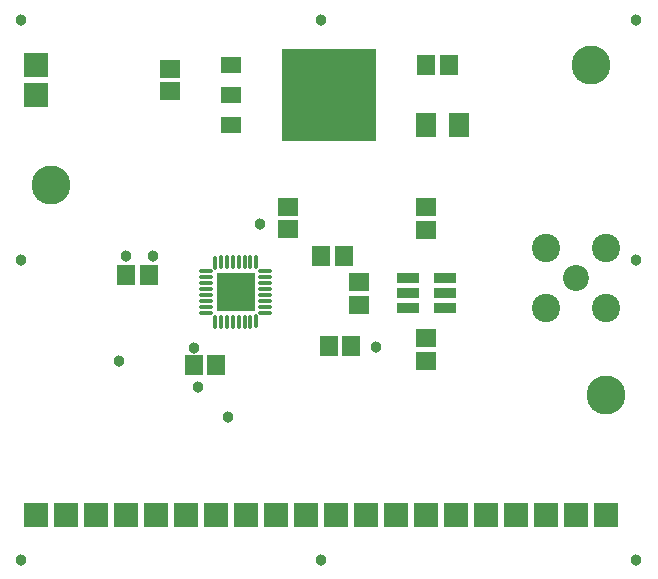
<source format=gbr>
G04 DipTrace 2.3.1.0*
%INTopMask.gbr*%
%MOIN*%
%ADD24C,0.0866*%
%ADD37C,0.13*%
%ADD38C,0.0669*%
%ADD43R,0.3179X0.3079*%
%ADD45R,0.0679X0.0579*%
%ADD47R,0.1299X0.1299*%
%ADD49O,0.0159X0.0459*%
%ADD51O,0.0459X0.0159*%
%ADD53R,0.0728X0.0378*%
%ADD55C,0.0379*%
%ADD57C,0.0945*%
%ADD59R,0.0829X0.0829*%
%ADD61R,0.0709X0.0787*%
%ADD63R,0.0591X0.0669*%
%ADD65R,0.0669X0.0591*%
%FSLAX44Y44*%
G04*
G70*
G90*
G75*
G01*
%LNTopMask*%
%LPD*%
D65*
X19318Y20543D3*
Y21291D3*
D63*
X27875Y21437D3*
X28623D3*
D61*
X27875Y19437D3*
X28977D3*
D63*
X24375Y15062D3*
X25123D3*
X24625Y12062D3*
X25373D3*
X18622Y14437D3*
X17874D3*
X20875Y11437D3*
X20126D3*
D37*
X33375Y21437D3*
X15375Y17437D3*
X33875Y10437D3*
D59*
Y6437D3*
X32875D3*
X31875D3*
X30875D3*
X29875D3*
X28875D3*
X27875D3*
X26875D3*
X25875D3*
X24875D3*
X23875D3*
X22875D3*
X21875D3*
X20875D3*
X19875D3*
X18875D3*
X17875D3*
X16875D3*
X15875D3*
X14875D3*
Y20437D3*
Y21437D3*
D24*
X32875Y14312D3*
D57*
X33875Y13312D3*
Y15312D3*
X31875D3*
Y13312D3*
D55*
X17625Y11562D3*
X17875Y15062D3*
X18750D3*
X21250Y9687D3*
X20250Y10687D3*
X20140Y11999D3*
X22321Y16119D3*
X26191Y12020D3*
X14375Y4937D3*
X34875Y14937D3*
Y4937D3*
Y22937D3*
X14375D3*
X24375Y4937D3*
Y22937D3*
X14375Y14937D3*
D65*
X23250Y15938D3*
Y16686D3*
X25625Y13437D3*
Y14185D3*
X27875Y15937D3*
Y16685D3*
Y12312D3*
Y11564D3*
D53*
X28500Y13312D3*
Y13812D3*
Y14312D3*
X27248D3*
Y13812D3*
Y13312D3*
D51*
X20540Y14544D3*
X20536Y14346D3*
Y14149D3*
Y13953D3*
Y13756D3*
Y13559D3*
Y13362D3*
Y13165D3*
D49*
X20831Y12870D3*
X21028D3*
X21225D3*
X21421D3*
X21618D3*
X21815D3*
X22012D3*
X22210Y12874D3*
D51*
X22504Y13165D3*
Y13362D3*
Y13559D3*
Y13756D3*
Y13953D3*
Y14149D3*
Y14346D3*
Y14543D3*
D49*
X22209Y14838D3*
X22012D3*
X21815D3*
X21618D3*
X21421D3*
X21225D3*
X21028D3*
X20830Y14834D3*
D47*
X21520Y13854D3*
D45*
X21375Y21437D3*
Y20437D3*
Y19437D3*
D43*
X24625Y20437D3*
D38*
X21500Y13812D3*
M02*

</source>
